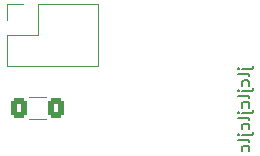
<source format=gbr>
G04 #@! TF.GenerationSoftware,KiCad,Pcbnew,(6.99.0-2452-gdb4f2d9dd8)*
G04 #@! TF.CreationDate,2022-08-01T23:18:08-05:00*
G04 #@! TF.ProjectId,DDS,4444532e-6b69-4636-9164-5f7063625858,rev?*
G04 #@! TF.SameCoordinates,Original*
G04 #@! TF.FileFunction,Legend,Bot*
G04 #@! TF.FilePolarity,Positive*
%FSLAX46Y46*%
G04 Gerber Fmt 4.6, Leading zero omitted, Abs format (unit mm)*
G04 Created by KiCad (PCBNEW (6.99.0-2452-gdb4f2d9dd8)) date 2022-08-01 23:18:08*
%MOMM*%
%LPD*%
G01*
G04 APERTURE LIST*
G04 Aperture macros list*
%AMRoundRect*
0 Rectangle with rounded corners*
0 $1 Rounding radius*
0 $2 $3 $4 $5 $6 $7 $8 $9 X,Y pos of 4 corners*
0 Add a 4 corners polygon primitive as box body*
4,1,4,$2,$3,$4,$5,$6,$7,$8,$9,$2,$3,0*
0 Add four circle primitives for the rounded corners*
1,1,$1+$1,$2,$3*
1,1,$1+$1,$4,$5*
1,1,$1+$1,$6,$7*
1,1,$1+$1,$8,$9*
0 Add four rect primitives between the rounded corners*
20,1,$1+$1,$2,$3,$4,$5,0*
20,1,$1+$1,$4,$5,$6,$7,0*
20,1,$1+$1,$6,$7,$8,$9,0*
20,1,$1+$1,$8,$9,$2,$3,0*%
G04 Aperture macros list end*
%ADD10C,0.150000*%
%ADD11C,0.120000*%
%ADD12R,1.800000X1.800000*%
%ADD13C,1.800000*%
%ADD14R,1.700000X1.700000*%
%ADD15O,1.700000X1.700000*%
%ADD16RoundRect,0.250000X0.400000X0.625000X-0.400000X0.625000X-0.400000X-0.625000X0.400000X-0.625000X0*%
G04 APERTURE END LIST*
D10*
X155700714Y-103823809D02*
X156557857Y-103823809D01*
X156557857Y-103823809D02*
X156653095Y-103776190D01*
X156653095Y-103776190D02*
X156700714Y-103680952D01*
X156700714Y-103680952D02*
X156700714Y-103633333D01*
X155367380Y-103823809D02*
X155415000Y-103776190D01*
X155415000Y-103776190D02*
X155462619Y-103823809D01*
X155462619Y-103823809D02*
X155415000Y-103871428D01*
X155415000Y-103871428D02*
X155367380Y-103823809D01*
X155367380Y-103823809D02*
X155462619Y-103823809D01*
X156367380Y-104442856D02*
X156319761Y-104347618D01*
X156319761Y-104347618D02*
X156224523Y-104299999D01*
X156224523Y-104299999D02*
X155367380Y-104299999D01*
X156319761Y-105252380D02*
X156367380Y-105157142D01*
X156367380Y-105157142D02*
X156367380Y-104966666D01*
X156367380Y-104966666D02*
X156319761Y-104871428D01*
X156319761Y-104871428D02*
X156272142Y-104823809D01*
X156272142Y-104823809D02*
X156176904Y-104776190D01*
X156176904Y-104776190D02*
X155891190Y-104776190D01*
X155891190Y-104776190D02*
X155795952Y-104823809D01*
X155795952Y-104823809D02*
X155748333Y-104871428D01*
X155748333Y-104871428D02*
X155700714Y-104966666D01*
X155700714Y-104966666D02*
X155700714Y-105157142D01*
X155700714Y-105157142D02*
X155748333Y-105252380D01*
X155700714Y-105680952D02*
X156557857Y-105680952D01*
X156557857Y-105680952D02*
X156653095Y-105633333D01*
X156653095Y-105633333D02*
X156700714Y-105538095D01*
X156700714Y-105538095D02*
X156700714Y-105490476D01*
X155367380Y-105680952D02*
X155415000Y-105633333D01*
X155415000Y-105633333D02*
X155462619Y-105680952D01*
X155462619Y-105680952D02*
X155415000Y-105728571D01*
X155415000Y-105728571D02*
X155367380Y-105680952D01*
X155367380Y-105680952D02*
X155462619Y-105680952D01*
X156367380Y-106299999D02*
X156319761Y-106204761D01*
X156319761Y-106204761D02*
X156224523Y-106157142D01*
X156224523Y-106157142D02*
X155367380Y-106157142D01*
X156319761Y-107109523D02*
X156367380Y-107014285D01*
X156367380Y-107014285D02*
X156367380Y-106823809D01*
X156367380Y-106823809D02*
X156319761Y-106728571D01*
X156319761Y-106728571D02*
X156272142Y-106680952D01*
X156272142Y-106680952D02*
X156176904Y-106633333D01*
X156176904Y-106633333D02*
X155891190Y-106633333D01*
X155891190Y-106633333D02*
X155795952Y-106680952D01*
X155795952Y-106680952D02*
X155748333Y-106728571D01*
X155748333Y-106728571D02*
X155700714Y-106823809D01*
X155700714Y-106823809D02*
X155700714Y-107014285D01*
X155700714Y-107014285D02*
X155748333Y-107109523D01*
X155700714Y-107538095D02*
X156557857Y-107538095D01*
X156557857Y-107538095D02*
X156653095Y-107490476D01*
X156653095Y-107490476D02*
X156700714Y-107395238D01*
X156700714Y-107395238D02*
X156700714Y-107347619D01*
X155367380Y-107538095D02*
X155415000Y-107490476D01*
X155415000Y-107490476D02*
X155462619Y-107538095D01*
X155462619Y-107538095D02*
X155415000Y-107585714D01*
X155415000Y-107585714D02*
X155367380Y-107538095D01*
X155367380Y-107538095D02*
X155462619Y-107538095D01*
X156367380Y-108157142D02*
X156319761Y-108061904D01*
X156319761Y-108061904D02*
X156224523Y-108014285D01*
X156224523Y-108014285D02*
X155367380Y-108014285D01*
X156319761Y-108966666D02*
X156367380Y-108871428D01*
X156367380Y-108871428D02*
X156367380Y-108680952D01*
X156367380Y-108680952D02*
X156319761Y-108585714D01*
X156319761Y-108585714D02*
X156272142Y-108538095D01*
X156272142Y-108538095D02*
X156176904Y-108490476D01*
X156176904Y-108490476D02*
X155891190Y-108490476D01*
X155891190Y-108490476D02*
X155795952Y-108538095D01*
X155795952Y-108538095D02*
X155748333Y-108585714D01*
X155748333Y-108585714D02*
X155700714Y-108680952D01*
X155700714Y-108680952D02*
X155700714Y-108871428D01*
X155700714Y-108871428D02*
X155748333Y-108966666D01*
X155700714Y-109395238D02*
X156557857Y-109395238D01*
X156557857Y-109395238D02*
X156653095Y-109347619D01*
X156653095Y-109347619D02*
X156700714Y-109252381D01*
X156700714Y-109252381D02*
X156700714Y-109204762D01*
X155367380Y-109395238D02*
X155415000Y-109347619D01*
X155415000Y-109347619D02*
X155462619Y-109395238D01*
X155462619Y-109395238D02*
X155415000Y-109442857D01*
X155415000Y-109442857D02*
X155367380Y-109395238D01*
X155367380Y-109395238D02*
X155462619Y-109395238D01*
X156367380Y-110014285D02*
X156319761Y-109919047D01*
X156319761Y-109919047D02*
X156224523Y-109871428D01*
X156224523Y-109871428D02*
X155367380Y-109871428D01*
X156319761Y-110823809D02*
X156367380Y-110728571D01*
X156367380Y-110728571D02*
X156367380Y-110538095D01*
X156367380Y-110538095D02*
X156319761Y-110442857D01*
X156319761Y-110442857D02*
X156272142Y-110395238D01*
X156272142Y-110395238D02*
X156176904Y-110347619D01*
X156176904Y-110347619D02*
X155891190Y-110347619D01*
X155891190Y-110347619D02*
X155795952Y-110395238D01*
X155795952Y-110395238D02*
X155748333Y-110442857D01*
X155748333Y-110442857D02*
X155700714Y-110538095D01*
X155700714Y-110538095D02*
X155700714Y-110728571D01*
X155700714Y-110728571D02*
X155748333Y-110823809D01*
D11*
X143577053Y-98370004D02*
X143577053Y-103570004D01*
X138437053Y-98370004D02*
X143577053Y-98370004D01*
X138437053Y-98370004D02*
X138437053Y-100970004D01*
X137167053Y-98370004D02*
X135837053Y-98370004D01*
X135837053Y-98370004D02*
X135837053Y-99700004D01*
X138437053Y-100970004D02*
X135837053Y-100970004D01*
X135837053Y-100970004D02*
X135837053Y-103570004D01*
X135837053Y-103570004D02*
X143577053Y-103570004D01*
X139134117Y-108080004D02*
X137679989Y-108080004D01*
X139134117Y-106260004D02*
X137679989Y-106260004D01*
%LPC*%
D12*
X139707052Y-114040003D03*
D13*
X139707053Y-111500004D03*
D14*
X137167052Y-99700003D03*
D15*
X137167052Y-102240003D03*
X139707052Y-99700003D03*
X139707052Y-102240003D03*
X142247052Y-99700003D03*
X142247052Y-102240003D03*
D16*
X139957053Y-107170004D03*
X136857053Y-107170004D03*
M02*

</source>
